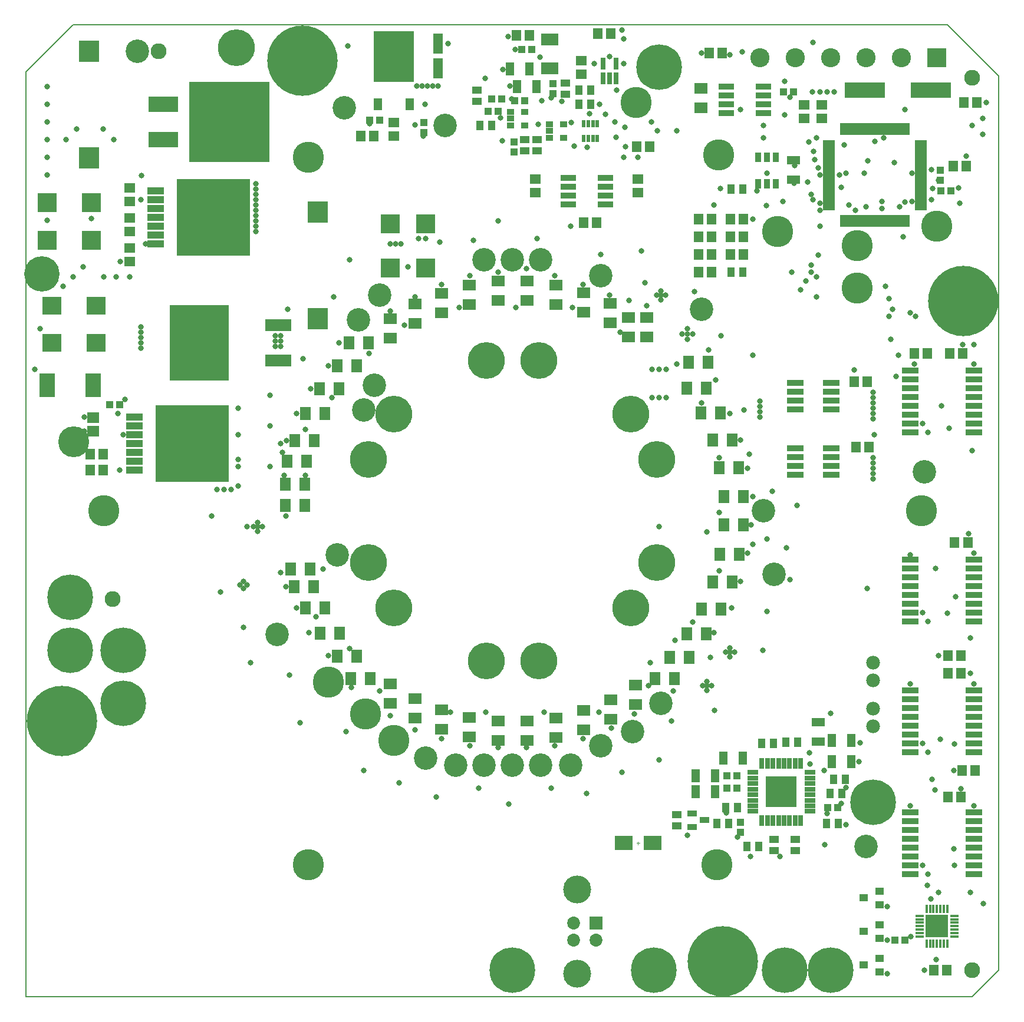
<source format=gts>
%FSLAX23Y23*%
%MOIN*%
G70*
G01*
G75*
G04 Layer_Color=8388736*
%ADD10C,0.150*%
%ADD11R,0.050X0.055*%
%ADD12R,0.118X0.118*%
%ADD13R,0.010X0.041*%
%ADD14R,0.041X0.010*%
%ADD15R,0.094X0.071*%
%ADD16R,0.035X0.049*%
%ADD17R,0.055X0.022*%
%ADD18R,0.022X0.055*%
%ADD19R,0.049X0.035*%
%ADD20R,0.033X0.024*%
%ADD21R,0.047X0.024*%
%ADD22R,0.012X0.035*%
%ADD23R,0.025X0.050*%
%ADD24R,0.063X0.012*%
%ADD25R,0.012X0.063*%
%ADD26R,0.055X0.065*%
%ADD27R,0.055X0.050*%
%ADD28R,0.087X0.024*%
%ADD29R,0.065X0.055*%
%ADD30R,0.037X0.035*%
%ADD31R,0.089X0.024*%
%ADD32R,0.102X0.094*%
%ADD33R,0.100X0.100*%
%ADD34R,0.050X0.110*%
%ADD35C,0.050*%
%ADD36R,0.037X0.035*%
%ADD37R,0.087X0.024*%
%ADD38R,0.100X0.100*%
%ADD39R,0.217X0.079*%
%ADD40R,0.160X0.080*%
%ADD41R,0.450X0.450*%
%ADD42R,0.110X0.115*%
%ADD43R,0.410X0.425*%
%ADD44R,0.085X0.036*%
%ADD45R,0.217X0.280*%
%ADD46R,0.039X0.063*%
%ADD47R,0.059X0.051*%
%ADD48R,0.079X0.126*%
%ADD49R,0.079X0.126*%
%ADD50R,0.140X0.060*%
%ADD51R,0.330X0.420*%
%ADD52R,0.022X0.057*%
%ADD53R,0.022X0.057*%
%ADD54R,0.081X0.024*%
%ADD55R,0.039X0.069*%
%ADD56R,0.069X0.039*%
%ADD57R,0.012X0.063*%
%ADD58R,0.031X0.033*%
%ADD59R,0.033X0.031*%
%ADD60C,0.020*%
%ADD61C,0.010*%
%ADD62C,0.040*%
%ADD63C,0.035*%
%ADD64C,0.100*%
%ADD65C,0.075*%
%ADD66C,0.050*%
%ADD67C,0.025*%
%ADD68C,0.015*%
%ADD69C,0.016*%
%ADD70C,0.004*%
%ADD71C,0.008*%
%ADD72R,0.169X0.169*%
%ADD73C,0.200*%
%ADD74C,0.150*%
%ADD75C,0.125*%
%ADD76C,0.250*%
%ADD77C,0.169*%
%ADD78C,0.070*%
%ADD79C,0.100*%
%ADD80C,0.390*%
%ADD81C,0.065*%
%ADD82R,0.065X0.065*%
%ADD83C,0.150*%
%ADD84C,0.024*%
%ADD85C,0.028*%
%ADD86C,0.034*%
%ADD87C,0.025*%
%ADD88C,0.165*%
%ADD89C,0.290*%
%ADD90C,0.209*%
%ADD91C,0.085*%
%ADD92C,0.102*%
%ADD93C,0.430*%
%ADD94C,0.080*%
%ADD95C,0.131*%
%ADD96C,0.052*%
%ADD97C,0.055*%
%ADD98C,0.090*%
%ADD99C,0.068*%
%ADD100C,0.074*%
G04:AMPARAMS|DCode=101|XSize=43mil|YSize=59mil|CornerRadius=0mil|HoleSize=0mil|Usage=FLASHONLY|Rotation=240.000|XOffset=0mil|YOffset=0mil|HoleType=Round|Shape=Rectangle|*
%AMROTATEDRECTD101*
4,1,4,-0.015,0.034,0.036,0.004,0.015,-0.034,-0.036,-0.004,-0.015,0.034,0.0*
%
%ADD101ROTATEDRECTD101*%

G04:AMPARAMS|DCode=102|XSize=43mil|YSize=59mil|CornerRadius=0mil|HoleSize=0mil|Usage=FLASHONLY|Rotation=255.000|XOffset=0mil|YOffset=0mil|HoleType=Round|Shape=Rectangle|*
%AMROTATEDRECTD102*
4,1,4,-0.023,0.029,0.034,0.013,0.023,-0.029,-0.034,-0.013,-0.023,0.029,0.0*
%
%ADD102ROTATEDRECTD102*%

G04:AMPARAMS|DCode=103|XSize=43mil|YSize=59mil|CornerRadius=0mil|HoleSize=0mil|Usage=FLASHONLY|Rotation=210.000|XOffset=0mil|YOffset=0mil|HoleType=Round|Shape=Rectangle|*
%AMROTATEDRECTD103*
4,1,4,0.004,0.036,0.034,-0.015,-0.004,-0.036,-0.034,0.015,0.004,0.036,0.0*
%
%ADD103ROTATEDRECTD103*%

G04:AMPARAMS|DCode=104|XSize=43mil|YSize=59mil|CornerRadius=0mil|HoleSize=0mil|Usage=FLASHONLY|Rotation=225.000|XOffset=0mil|YOffset=0mil|HoleType=Round|Shape=Rectangle|*
%AMROTATEDRECTD104*
4,1,4,-0.006,0.036,0.036,-0.006,0.006,-0.036,-0.036,0.006,-0.006,0.036,0.0*
%
%ADD104ROTATEDRECTD104*%

%ADD105R,0.043X0.059*%
G04:AMPARAMS|DCode=106|XSize=43mil|YSize=59mil|CornerRadius=0mil|HoleSize=0mil|Usage=FLASHONLY|Rotation=195.000|XOffset=0mil|YOffset=0mil|HoleType=Round|Shape=Rectangle|*
%AMROTATEDRECTD106*
4,1,4,0.013,0.034,0.029,-0.023,-0.013,-0.034,-0.029,0.023,0.013,0.034,0.0*
%
%ADD106ROTATEDRECTD106*%

G04:AMPARAMS|DCode=107|XSize=43mil|YSize=59mil|CornerRadius=0mil|HoleSize=0mil|Usage=FLASHONLY|Rotation=150.000|XOffset=0mil|YOffset=0mil|HoleType=Round|Shape=Rectangle|*
%AMROTATEDRECTD107*
4,1,4,0.034,0.015,0.004,-0.036,-0.034,-0.015,-0.004,0.036,0.034,0.015,0.0*
%
%ADD107ROTATEDRECTD107*%

G04:AMPARAMS|DCode=108|XSize=43mil|YSize=59mil|CornerRadius=0mil|HoleSize=0mil|Usage=FLASHONLY|Rotation=165.000|XOffset=0mil|YOffset=0mil|HoleType=Round|Shape=Rectangle|*
%AMROTATEDRECTD108*
4,1,4,0.029,0.023,0.013,-0.034,-0.029,-0.023,-0.013,0.034,0.029,0.023,0.0*
%
%ADD108ROTATEDRECTD108*%

G04:AMPARAMS|DCode=109|XSize=43mil|YSize=59mil|CornerRadius=0mil|HoleSize=0mil|Usage=FLASHONLY|Rotation=120.000|XOffset=0mil|YOffset=0mil|HoleType=Round|Shape=Rectangle|*
%AMROTATEDRECTD109*
4,1,4,0.036,-0.004,-0.015,-0.034,-0.036,0.004,0.015,0.034,0.036,-0.004,0.0*
%
%ADD109ROTATEDRECTD109*%

G04:AMPARAMS|DCode=110|XSize=43mil|YSize=59mil|CornerRadius=0mil|HoleSize=0mil|Usage=FLASHONLY|Rotation=135.000|XOffset=0mil|YOffset=0mil|HoleType=Round|Shape=Rectangle|*
%AMROTATEDRECTD110*
4,1,4,0.036,0.006,-0.006,-0.036,-0.036,-0.006,0.006,0.036,0.036,0.006,0.0*
%
%ADD110ROTATEDRECTD110*%

%ADD111R,0.059X0.043*%
G04:AMPARAMS|DCode=112|XSize=43mil|YSize=59mil|CornerRadius=0mil|HoleSize=0mil|Usage=FLASHONLY|Rotation=105.000|XOffset=0mil|YOffset=0mil|HoleType=Round|Shape=Rectangle|*
%AMROTATEDRECTD112*
4,1,4,0.034,-0.013,-0.023,-0.029,-0.034,0.013,0.023,0.029,0.034,-0.013,0.0*
%
%ADD112ROTATEDRECTD112*%

G04:AMPARAMS|DCode=113|XSize=43mil|YSize=59mil|CornerRadius=0mil|HoleSize=0mil|Usage=FLASHONLY|Rotation=262.500|XOffset=0mil|YOffset=0mil|HoleType=Round|Shape=Rectangle|*
%AMROTATEDRECTD113*
4,1,4,-0.026,0.025,0.032,0.018,0.026,-0.025,-0.032,-0.018,-0.026,0.025,0.0*
%
%ADD113ROTATEDRECTD113*%

G04:AMPARAMS|DCode=114|XSize=43mil|YSize=59mil|CornerRadius=0mil|HoleSize=0mil|Usage=FLASHONLY|Rotation=247.500|XOffset=0mil|YOffset=0mil|HoleType=Round|Shape=Rectangle|*
%AMROTATEDRECTD114*
4,1,4,-0.019,0.031,0.036,0.009,0.019,-0.031,-0.036,-0.009,-0.019,0.031,0.0*
%
%ADD114ROTATEDRECTD114*%

G04:AMPARAMS|DCode=115|XSize=43mil|YSize=59mil|CornerRadius=0mil|HoleSize=0mil|Usage=FLASHONLY|Rotation=232.500|XOffset=0mil|YOffset=0mil|HoleType=Round|Shape=Rectangle|*
%AMROTATEDRECTD115*
4,1,4,-0.010,0.035,0.037,-0.001,0.010,-0.035,-0.037,0.001,-0.010,0.035,0.0*
%
%ADD115ROTATEDRECTD115*%

G04:AMPARAMS|DCode=116|XSize=43mil|YSize=59mil|CornerRadius=0mil|HoleSize=0mil|Usage=FLASHONLY|Rotation=217.500|XOffset=0mil|YOffset=0mil|HoleType=Round|Shape=Rectangle|*
%AMROTATEDRECTD116*
4,1,4,-0.001,0.037,0.035,-0.010,0.001,-0.037,-0.035,0.010,-0.001,0.037,0.0*
%
%ADD116ROTATEDRECTD116*%

G04:AMPARAMS|DCode=117|XSize=43mil|YSize=59mil|CornerRadius=0mil|HoleSize=0mil|Usage=FLASHONLY|Rotation=202.500|XOffset=0mil|YOffset=0mil|HoleType=Round|Shape=Rectangle|*
%AMROTATEDRECTD117*
4,1,4,0.009,0.036,0.031,-0.019,-0.009,-0.036,-0.031,0.019,0.009,0.036,0.0*
%
%ADD117ROTATEDRECTD117*%

G04:AMPARAMS|DCode=118|XSize=43mil|YSize=59mil|CornerRadius=0mil|HoleSize=0mil|Usage=FLASHONLY|Rotation=187.500|XOffset=0mil|YOffset=0mil|HoleType=Round|Shape=Rectangle|*
%AMROTATEDRECTD118*
4,1,4,0.018,0.032,0.025,-0.026,-0.018,-0.032,-0.025,0.026,0.018,0.032,0.0*
%
%ADD118ROTATEDRECTD118*%

G04:AMPARAMS|DCode=119|XSize=43mil|YSize=59mil|CornerRadius=0mil|HoleSize=0mil|Usage=FLASHONLY|Rotation=172.500|XOffset=0mil|YOffset=0mil|HoleType=Round|Shape=Rectangle|*
%AMROTATEDRECTD119*
4,1,4,0.025,0.026,0.018,-0.032,-0.025,-0.026,-0.018,0.032,0.025,0.026,0.0*
%
%ADD119ROTATEDRECTD119*%

G04:AMPARAMS|DCode=120|XSize=43mil|YSize=59mil|CornerRadius=0mil|HoleSize=0mil|Usage=FLASHONLY|Rotation=157.500|XOffset=0mil|YOffset=0mil|HoleType=Round|Shape=Rectangle|*
%AMROTATEDRECTD120*
4,1,4,0.031,0.019,0.009,-0.036,-0.031,-0.019,-0.009,0.036,0.031,0.019,0.0*
%
%ADD120ROTATEDRECTD120*%

G04:AMPARAMS|DCode=121|XSize=43mil|YSize=59mil|CornerRadius=0mil|HoleSize=0mil|Usage=FLASHONLY|Rotation=142.500|XOffset=0mil|YOffset=0mil|HoleType=Round|Shape=Rectangle|*
%AMROTATEDRECTD121*
4,1,4,0.035,0.010,-0.001,-0.037,-0.035,-0.010,0.001,0.037,0.035,0.010,0.0*
%
%ADD121ROTATEDRECTD121*%

G04:AMPARAMS|DCode=122|XSize=43mil|YSize=59mil|CornerRadius=0mil|HoleSize=0mil|Usage=FLASHONLY|Rotation=127.500|XOffset=0mil|YOffset=0mil|HoleType=Round|Shape=Rectangle|*
%AMROTATEDRECTD122*
4,1,4,0.037,0.001,-0.010,-0.035,-0.037,-0.001,0.010,0.035,0.037,0.001,0.0*
%
%ADD122ROTATEDRECTD122*%

G04:AMPARAMS|DCode=123|XSize=43mil|YSize=59mil|CornerRadius=0mil|HoleSize=0mil|Usage=FLASHONLY|Rotation=112.500|XOffset=0mil|YOffset=0mil|HoleType=Round|Shape=Rectangle|*
%AMROTATEDRECTD123*
4,1,4,0.036,-0.009,-0.019,-0.031,-0.036,0.009,0.019,0.031,0.036,-0.009,0.0*
%
%ADD123ROTATEDRECTD123*%

G04:AMPARAMS|DCode=124|XSize=43mil|YSize=59mil|CornerRadius=0mil|HoleSize=0mil|Usage=FLASHONLY|Rotation=97.500|XOffset=0mil|YOffset=0mil|HoleType=Round|Shape=Rectangle|*
%AMROTATEDRECTD124*
4,1,4,0.032,-0.018,-0.026,-0.025,-0.032,0.018,0.026,0.025,0.032,-0.018,0.0*
%
%ADD124ROTATEDRECTD124*%

%ADD125C,0.006*%
%ADD126C,0.010*%
%ADD127C,0.005*%
%ADD128C,0.008*%
%ADD129C,0.002*%
%ADD130C,0.008*%
%ADD131C,0.006*%
%ADD132R,0.058X0.063*%
%ADD133R,0.126X0.126*%
%ADD134R,0.018X0.049*%
%ADD135R,0.049X0.018*%
%ADD136R,0.102X0.079*%
%ADD137R,0.043X0.057*%
%ADD138R,0.063X0.030*%
%ADD139R,0.030X0.063*%
%ADD140R,0.057X0.043*%
%ADD141R,0.041X0.032*%
%ADD142R,0.055X0.032*%
%ADD143R,0.020X0.043*%
%ADD144R,0.033X0.058*%
%ADD145R,0.071X0.020*%
%ADD146R,0.020X0.071*%
%ADD147R,0.063X0.073*%
%ADD148R,0.063X0.058*%
%ADD149R,0.095X0.032*%
%ADD150R,0.073X0.063*%
%ADD151R,0.045X0.043*%
%ADD152R,0.097X0.032*%
%ADD153R,0.110X0.102*%
%ADD154R,0.108X0.108*%
%ADD155R,0.058X0.118*%
%ADD156R,0.045X0.043*%
%ADD157R,0.095X0.032*%
%ADD158R,0.108X0.108*%
%ADD159R,0.225X0.087*%
%ADD160R,0.168X0.088*%
%ADD161R,0.458X0.458*%
%ADD162R,0.118X0.123*%
%ADD163R,0.418X0.433*%
%ADD164R,0.093X0.044*%
%ADD165R,0.225X0.288*%
%ADD166R,0.047X0.071*%
%ADD167R,0.067X0.059*%
%ADD168R,0.087X0.134*%
%ADD169R,0.087X0.134*%
%ADD170R,0.148X0.068*%
%ADD171R,0.338X0.428*%
%ADD172R,0.030X0.065*%
%ADD173R,0.030X0.065*%
%ADD174R,0.089X0.032*%
%ADD175R,0.047X0.077*%
%ADD176R,0.077X0.047*%
%ADD177R,0.020X0.071*%
%ADD178R,0.039X0.041*%
%ADD179R,0.041X0.039*%
%ADD180R,0.177X0.177*%
%ADD181C,0.208*%
%ADD182C,0.175*%
%ADD183C,0.258*%
%ADD184C,0.133*%
%ADD185C,0.177*%
%ADD186C,0.078*%
%ADD187C,0.108*%
%ADD188C,0.398*%
%ADD189C,0.073*%
%ADD190R,0.073X0.073*%
%ADD191C,0.158*%
%ADD192C,0.058*%
%ADD193C,0.032*%
%ADD194C,0.036*%
%ADD195C,0.042*%
%ADD196C,0.033*%
D70*
X702Y-1880D02*
X718D01*
X710Y-1888D02*
Y-1872D01*
D71*
X-2750Y-2750D02*
Y2485D01*
X-2485Y2750D02*
X2460D01*
X2750Y-2600D02*
Y2460D01*
X-2750Y-2750D02*
X2600D01*
X-2750Y2485D02*
X-2485Y2750D01*
X2460D02*
X2750Y2460D01*
X2600Y-2750D02*
X2750Y-2600D01*
D73*
X-2660Y1340D02*
D03*
D98*
X2600Y-2600D02*
D03*
X-2000Y2600D02*
D03*
X2600Y2450D02*
D03*
X-2260Y-500D02*
D03*
D132*
X703Y2060D02*
D03*
X777D02*
D03*
X1933Y730D02*
D03*
X1943Y360D02*
D03*
X1113Y2590D02*
D03*
X1187D02*
D03*
X97Y2690D02*
D03*
X23D02*
D03*
X2017Y360D02*
D03*
X-857Y2120D02*
D03*
X-783D02*
D03*
X2463Y-920D02*
D03*
X2537D02*
D03*
X2500Y-180D02*
D03*
X2574D02*
D03*
X2473Y890D02*
D03*
X2547D02*
D03*
X2617Y-1470D02*
D03*
X2543D02*
D03*
X2273Y890D02*
D03*
X2347D02*
D03*
X2383Y-2600D02*
D03*
X2457D02*
D03*
X2007Y730D02*
D03*
X1127Y1650D02*
D03*
X1233Y1550D02*
D03*
X1307D02*
D03*
X1053Y1650D02*
D03*
X1127Y1550D02*
D03*
X1053D02*
D03*
Y1450D02*
D03*
Y1350D02*
D03*
X1233Y1450D02*
D03*
X1307D02*
D03*
X1127D02*
D03*
Y1350D02*
D03*
X-2313Y230D02*
D03*
X-2387D02*
D03*
X2463Y-1620D02*
D03*
X2537Y-820D02*
D03*
X2463D02*
D03*
X2537Y-1620D02*
D03*
X2553Y2310D02*
D03*
X2627D02*
D03*
X2493Y1950D02*
D03*
X2567D02*
D03*
X1307Y1650D02*
D03*
X1233D02*
D03*
X-2313Y320D02*
D03*
X-2387D02*
D03*
X557Y2700D02*
D03*
X483D02*
D03*
X403Y1630D02*
D03*
X477D02*
D03*
D133*
X2400Y-2350D02*
D03*
D134*
X2341Y-2252D02*
D03*
X2361D02*
D03*
X2380D02*
D03*
X2400D02*
D03*
X2420D02*
D03*
X2439D02*
D03*
X2459D02*
D03*
Y-2448D02*
D03*
X2439D02*
D03*
X2420D02*
D03*
X2400D02*
D03*
X2380D02*
D03*
X2361D02*
D03*
X2341D02*
D03*
D135*
X2498Y-2291D02*
D03*
Y-2311D02*
D03*
Y-2330D02*
D03*
Y-2350D02*
D03*
Y-2370D02*
D03*
Y-2389D02*
D03*
Y-2409D02*
D03*
X2302D02*
D03*
Y-2389D02*
D03*
Y-2370D02*
D03*
Y-2350D02*
D03*
Y-2330D02*
D03*
Y-2311D02*
D03*
Y-2291D02*
D03*
D136*
X791Y-1880D02*
D03*
X629D02*
D03*
D137*
X1817Y-1520D02*
D03*
X1883D02*
D03*
X1476Y-1314D02*
D03*
X1410D02*
D03*
X1327Y-1900D02*
D03*
X1393D02*
D03*
X1157Y-1770D02*
D03*
X1223D02*
D03*
X1273Y-1680D02*
D03*
X1207D02*
D03*
X1547Y-1310D02*
D03*
X1613D02*
D03*
X1797Y-1600D02*
D03*
X1863D02*
D03*
X1843Y-1770D02*
D03*
X1777D02*
D03*
X1237Y1820D02*
D03*
X1303D02*
D03*
X1237Y1350D02*
D03*
X1303D02*
D03*
X377Y2300D02*
D03*
X443D02*
D03*
X-117Y2180D02*
D03*
X-183D02*
D03*
X377Y2380D02*
D03*
X443D02*
D03*
D138*
X1359Y-1700D02*
D03*
Y-1669D02*
D03*
Y-1637D02*
D03*
Y-1606D02*
D03*
Y-1574D02*
D03*
Y-1543D02*
D03*
Y-1511D02*
D03*
Y-1480D02*
D03*
X1681Y-1480D02*
D03*
Y-1511D02*
D03*
Y-1543D02*
D03*
Y-1574D02*
D03*
Y-1606D02*
D03*
Y-1637D02*
D03*
Y-1669D02*
D03*
Y-1700D02*
D03*
D139*
X1410Y-1429D02*
D03*
X1441D02*
D03*
X1473D02*
D03*
X1504D02*
D03*
X1536D02*
D03*
X1567D02*
D03*
X1599D02*
D03*
X1630D02*
D03*
X1630Y-1751D02*
D03*
X1599D02*
D03*
X1567D02*
D03*
X1536D02*
D03*
X1504D02*
D03*
X1473D02*
D03*
X1441D02*
D03*
X1410D02*
D03*
D140*
X1480Y-1923D02*
D03*
Y-1857D02*
D03*
X1600D02*
D03*
Y-1923D02*
D03*
X140Y2103D02*
D03*
Y2037D02*
D03*
X70Y2037D02*
D03*
Y2103D02*
D03*
X930Y-1783D02*
D03*
Y-1717D02*
D03*
X-200Y2317D02*
D03*
Y2383D02*
D03*
X300Y2357D02*
D03*
Y2423D02*
D03*
D141*
X210Y2187D02*
D03*
Y2150D02*
D03*
Y2113D02*
D03*
X290D02*
D03*
Y2187D02*
D03*
X70Y2257D02*
D03*
Y2183D02*
D03*
X-10D02*
D03*
Y2220D02*
D03*
Y2257D02*
D03*
D142*
X1015Y-1713D02*
D03*
Y-1787D02*
D03*
X1085Y-1750D02*
D03*
D143*
X428Y2193D02*
D03*
X454D02*
D03*
Y2107D02*
D03*
X428D02*
D03*
X403D02*
D03*
X479D02*
D03*
Y2193D02*
D03*
X403D02*
D03*
D144*
X1490Y2000D02*
D03*
X1440D02*
D03*
X1390D02*
D03*
X1490Y1850D02*
D03*
X1440D02*
D03*
X1390D02*
D03*
D145*
X1790Y1969D02*
D03*
Y1989D02*
D03*
Y2048D02*
D03*
Y2067D02*
D03*
Y1713D02*
D03*
Y1752D02*
D03*
X2310Y1989D02*
D03*
X1790Y1831D02*
D03*
X2310Y1752D02*
D03*
Y1772D02*
D03*
Y1792D02*
D03*
Y1811D02*
D03*
Y1910D02*
D03*
Y1930D02*
D03*
Y1969D02*
D03*
Y2008D02*
D03*
Y2067D02*
D03*
Y2087D02*
D03*
X1790Y1733D02*
D03*
Y1772D02*
D03*
Y1792D02*
D03*
Y1811D02*
D03*
Y1851D02*
D03*
Y1870D02*
D03*
Y1890D02*
D03*
Y1910D02*
D03*
Y2087D02*
D03*
Y1949D02*
D03*
Y2028D02*
D03*
X2310D02*
D03*
Y2048D02*
D03*
X1790Y2008D02*
D03*
X2310Y1733D02*
D03*
Y1831D02*
D03*
Y1851D02*
D03*
Y1870D02*
D03*
Y1890D02*
D03*
Y1949D02*
D03*
X1790Y1930D02*
D03*
X2310Y1713D02*
D03*
D146*
X2139Y2160D02*
D03*
X249Y2667D02*
D03*
X230Y2667D02*
D03*
X210Y2667D02*
D03*
X171D02*
D03*
X230Y2505D02*
D03*
X210D02*
D03*
X190D02*
D03*
X171D02*
D03*
X190Y2667D02*
D03*
X1863Y1640D02*
D03*
X2020D02*
D03*
X1922D02*
D03*
X1942D02*
D03*
X2060D02*
D03*
X2080D02*
D03*
X2099D02*
D03*
X2119D02*
D03*
X1902Y2160D02*
D03*
X2001D02*
D03*
X2020D02*
D03*
X2040D02*
D03*
X2060D02*
D03*
X2080D02*
D03*
X2099D02*
D03*
X2158D02*
D03*
X2178D02*
D03*
X2198D02*
D03*
X1981D02*
D03*
X1961D02*
D03*
X1922D02*
D03*
X1902Y1640D02*
D03*
X1942Y2160D02*
D03*
X1883Y1640D02*
D03*
X1863Y2160D02*
D03*
X1883D02*
D03*
X2178Y1640D02*
D03*
X2158D02*
D03*
X2139D02*
D03*
X2217Y2160D02*
D03*
X2119D02*
D03*
X1961Y1640D02*
D03*
X1981D02*
D03*
X2001D02*
D03*
X2040D02*
D03*
X2217D02*
D03*
X2237D02*
D03*
X2198D02*
D03*
X2237Y2160D02*
D03*
D147*
X888Y-827D02*
D03*
X998D02*
D03*
X986Y-696D02*
D03*
X-1060Y-550D02*
D03*
X-1175Y150D02*
D03*
X-980Y691D02*
D03*
X1067Y554D02*
D03*
X1195Y-80D02*
D03*
X1131Y-402D02*
D03*
X805Y-950D02*
D03*
X-881Y-821D02*
D03*
X-1145Y-330D02*
D03*
X-1121Y399D02*
D03*
X-815Y950D02*
D03*
X995Y840D02*
D03*
X1170Y245D02*
D03*
X1096Y-696D02*
D03*
X1241Y-402D02*
D03*
X915Y-950D02*
D03*
X-1170Y-550D02*
D03*
X-991Y-821D02*
D03*
X-1285Y150D02*
D03*
X-1255Y-330D02*
D03*
X-1090Y691D02*
D03*
X-1231Y399D02*
D03*
X-925Y950D02*
D03*
X1177Y554D02*
D03*
X1105Y840D02*
D03*
X1305Y-80D02*
D03*
X1280Y245D02*
D03*
X1242Y403D02*
D03*
X1096Y695D02*
D03*
X-991Y821D02*
D03*
X-1171Y550D02*
D03*
X-1275Y280D02*
D03*
X-1285Y30D02*
D03*
X-1089Y-691D02*
D03*
X-915Y-950D02*
D03*
X1179Y-554D02*
D03*
X1281Y-244D02*
D03*
X1132Y403D02*
D03*
X986Y695D02*
D03*
X-881Y821D02*
D03*
X-1061Y550D02*
D03*
X-1165Y280D02*
D03*
X-1175Y30D02*
D03*
X-1124Y-430D02*
D03*
X-979Y-691D02*
D03*
X-805Y-950D02*
D03*
X1069Y-554D02*
D03*
X1171Y-244D02*
D03*
X-1234Y-430D02*
D03*
X1195Y82D02*
D03*
X1305D02*
D03*
D148*
X130Y1803D02*
D03*
X710D02*
D03*
X130Y1877D02*
D03*
X1650Y2223D02*
D03*
Y2297D02*
D03*
X710Y1877D02*
D03*
X-2165Y1413D02*
D03*
Y1753D02*
D03*
Y1827D02*
D03*
X-670Y2123D02*
D03*
Y2197D02*
D03*
X-2165Y1487D02*
D03*
Y1583D02*
D03*
Y1657D02*
D03*
X1750Y2297D02*
D03*
Y2223D02*
D03*
X390Y2547D02*
D03*
Y2473D02*
D03*
D149*
X1802Y725D02*
D03*
X1598Y575D02*
D03*
Y625D02*
D03*
Y675D02*
D03*
Y725D02*
D03*
X1802Y625D02*
D03*
Y675D02*
D03*
Y255D02*
D03*
Y305D02*
D03*
X1598Y355D02*
D03*
Y305D02*
D03*
Y255D02*
D03*
Y205D02*
D03*
X1802Y355D02*
D03*
D150*
X554Y-1068D02*
D03*
X-82Y-1190D02*
D03*
X-692Y-980D02*
D03*
X-550Y1060D02*
D03*
X82Y1190D02*
D03*
X655Y985D02*
D03*
X244Y-1171D02*
D03*
X-401Y-1126D02*
D03*
X-243Y1167D02*
D03*
X401Y1126D02*
D03*
X554Y-1178D02*
D03*
X-82Y-1300D02*
D03*
X244Y-1281D02*
D03*
X-692Y-1090D02*
D03*
X-401Y-1236D02*
D03*
X-550Y1170D02*
D03*
X82Y1300D02*
D03*
X-243Y1277D02*
D03*
X655Y1095D02*
D03*
X401Y1236D02*
D03*
X760Y1095D02*
D03*
X553Y1176D02*
D03*
X244Y1279D02*
D03*
X-80Y1300D02*
D03*
X-400Y1232D02*
D03*
X-690Y1088D02*
D03*
X-551Y-1173D02*
D03*
X-243Y-1278D02*
D03*
X82Y-1299D02*
D03*
X402Y-1238D02*
D03*
X695Y-1095D02*
D03*
X760Y985D02*
D03*
X553Y1066D02*
D03*
X244Y1169D02*
D03*
X-80Y1190D02*
D03*
X-400Y1122D02*
D03*
X-690Y978D02*
D03*
X-551Y-1063D02*
D03*
X-243Y-1168D02*
D03*
X82Y-1189D02*
D03*
X402Y-1128D02*
D03*
X695Y-985D02*
D03*
X1065Y2390D02*
D03*
Y2280D02*
D03*
D151*
X2076Y-2533D02*
D03*
Y-2343D02*
D03*
Y-2153D02*
D03*
D152*
X2250Y-1015D02*
D03*
Y-1065D02*
D03*
Y-1115D02*
D03*
Y-1165D02*
D03*
Y-1215D02*
D03*
Y-1265D02*
D03*
Y-1315D02*
D03*
Y-1365D02*
D03*
X2610Y-1015D02*
D03*
Y-1065D02*
D03*
Y-1115D02*
D03*
Y-1165D02*
D03*
Y-1215D02*
D03*
Y-1265D02*
D03*
Y-1315D02*
D03*
Y-1365D02*
D03*
X2250Y-1705D02*
D03*
Y-1755D02*
D03*
Y-1805D02*
D03*
Y-1855D02*
D03*
Y-1905D02*
D03*
Y-1955D02*
D03*
Y-2005D02*
D03*
Y-2055D02*
D03*
X2610Y-1705D02*
D03*
Y-1755D02*
D03*
Y-1805D02*
D03*
Y-1855D02*
D03*
Y-1905D02*
D03*
Y-1955D02*
D03*
Y-2005D02*
D03*
Y-2055D02*
D03*
Y-625D02*
D03*
Y-575D02*
D03*
Y-525D02*
D03*
Y-475D02*
D03*
Y-425D02*
D03*
Y-375D02*
D03*
Y-325D02*
D03*
Y-275D02*
D03*
X2250Y-625D02*
D03*
Y-575D02*
D03*
Y-525D02*
D03*
Y-475D02*
D03*
Y-425D02*
D03*
Y-375D02*
D03*
Y-325D02*
D03*
Y-275D02*
D03*
X2610Y445D02*
D03*
Y495D02*
D03*
Y545D02*
D03*
Y595D02*
D03*
Y645D02*
D03*
Y695D02*
D03*
Y745D02*
D03*
Y795D02*
D03*
X2250Y445D02*
D03*
Y495D02*
D03*
Y545D02*
D03*
Y595D02*
D03*
Y645D02*
D03*
Y695D02*
D03*
Y745D02*
D03*
Y795D02*
D03*
D153*
X-2354Y1160D02*
D03*
X-2606D02*
D03*
Y950D02*
D03*
X-2354D02*
D03*
D154*
X-2630Y1745D02*
D03*
X-2380D02*
D03*
Y1530D02*
D03*
X-2630D02*
D03*
X2400Y2565D02*
D03*
D155*
X-420Y2645D02*
D03*
Y2505D02*
D03*
D156*
X2076Y-2607D02*
D03*
Y-2417D02*
D03*
X1984Y-2570D02*
D03*
Y-2380D02*
D03*
Y-2190D02*
D03*
X2076Y-2227D02*
D03*
D157*
X1802Y575D02*
D03*
Y205D02*
D03*
D158*
X-490Y1375D02*
D03*
Y1625D02*
D03*
X-690D02*
D03*
Y1375D02*
D03*
D159*
X2367Y2380D02*
D03*
X1993D02*
D03*
D160*
X-1975Y2100D02*
D03*
Y2300D02*
D03*
D161*
X-1600Y2200D02*
D03*
D162*
X-2395Y1997D02*
D03*
Y2602D02*
D03*
X-1100Y1692D02*
D03*
Y1087D02*
D03*
D163*
X-1690Y1660D02*
D03*
X-1810Y380D02*
D03*
D164*
X-2018Y1810D02*
D03*
Y1760D02*
D03*
Y1710D02*
D03*
Y1660D02*
D03*
Y1610D02*
D03*
Y1560D02*
D03*
Y1510D02*
D03*
X-2138Y480D02*
D03*
Y530D02*
D03*
Y430D02*
D03*
Y380D02*
D03*
Y330D02*
D03*
Y280D02*
D03*
Y230D02*
D03*
D165*
X-670Y2570D02*
D03*
D166*
X-760Y2300D02*
D03*
X-580D02*
D03*
D167*
X-2370Y527D02*
D03*
Y453D02*
D03*
D168*
X-2630Y710D02*
D03*
D169*
X-2370D02*
D03*
D170*
X-1325Y850D02*
D03*
Y1050D02*
D03*
D171*
X-1770Y950D02*
D03*
D172*
X513Y2448D02*
D03*
D173*
X550Y2448D02*
D03*
X587D02*
D03*
Y2532D02*
D03*
X513D02*
D03*
D174*
X1210Y2400D02*
D03*
X1420Y2250D02*
D03*
Y2350D02*
D03*
Y2400D02*
D03*
X1210Y2250D02*
D03*
X1420Y2300D02*
D03*
X1210D02*
D03*
Y2350D02*
D03*
X525Y1735D02*
D03*
X315Y1885D02*
D03*
Y1785D02*
D03*
Y1735D02*
D03*
X525Y1885D02*
D03*
X315Y1835D02*
D03*
X525D02*
D03*
Y1785D02*
D03*
D175*
X1302Y-1399D02*
D03*
X1192D02*
D03*
X1145Y-1500D02*
D03*
X1035D02*
D03*
X1145Y-1590D02*
D03*
X1035D02*
D03*
X1915Y-1300D02*
D03*
X1805D02*
D03*
X1915Y-1420D02*
D03*
X1805D02*
D03*
X95Y2500D02*
D03*
X-15D02*
D03*
X135Y2400D02*
D03*
X25D02*
D03*
D176*
X1730Y-1305D02*
D03*
Y-1195D02*
D03*
X1590Y1985D02*
D03*
Y1875D02*
D03*
D177*
X249Y2505D02*
D03*
D178*
X2218Y-2430D02*
D03*
X2162D02*
D03*
X2422Y1810D02*
D03*
X2478D02*
D03*
X1838Y-1680D02*
D03*
X1782D02*
D03*
X52Y2610D02*
D03*
X108D02*
D03*
X68Y2320D02*
D03*
X12D02*
D03*
X-118Y2330D02*
D03*
X-62D02*
D03*
X1268Y-1570D02*
D03*
X1212D02*
D03*
X1268Y-1500D02*
D03*
X1212D02*
D03*
X1532Y2370D02*
D03*
X1588D02*
D03*
X-2278Y600D02*
D03*
X-2222D02*
D03*
X-82Y2260D02*
D03*
X-138D02*
D03*
X-808Y2210D02*
D03*
X-752D02*
D03*
D179*
X2420Y1928D02*
D03*
Y1872D02*
D03*
X-500Y2142D02*
D03*
Y2198D02*
D03*
X10Y2088D02*
D03*
Y2032D02*
D03*
X230Y2362D02*
D03*
Y2418D02*
D03*
X1290Y-1762D02*
D03*
Y-1818D02*
D03*
D180*
X1520Y-1590D02*
D03*
D181*
X815Y-291D02*
D03*
X670Y-548D02*
D03*
X-148Y-850D02*
D03*
X-815Y-291D02*
D03*
X-670Y547D02*
D03*
X-148Y850D02*
D03*
X148Y-850D02*
D03*
X-670Y-547D02*
D03*
X-815Y291D02*
D03*
X148Y850D02*
D03*
X670Y547D02*
D03*
X815Y291D02*
D03*
X-1560Y2620D02*
D03*
D182*
X-2480Y390D02*
D03*
D183*
X0Y-2600D02*
D03*
X800D02*
D03*
X1540D02*
D03*
X1800D02*
D03*
X2040Y-1650D02*
D03*
X830Y2510D02*
D03*
X-2200Y-1090D02*
D03*
Y-790D02*
D03*
X-2500D02*
D03*
Y-490D02*
D03*
D184*
X2000Y-1900D02*
D03*
X-380Y2180D02*
D03*
X-950Y2280D02*
D03*
X-870Y1080D02*
D03*
X1420Y0D02*
D03*
X840Y-1090D02*
D03*
X-490Y-1400D02*
D03*
X-320Y-1440D02*
D03*
X-160D02*
D03*
X0D02*
D03*
X160D02*
D03*
X330D02*
D03*
X500Y-1330D02*
D03*
X680Y-1250D02*
D03*
X-1330Y-700D02*
D03*
X-840Y570D02*
D03*
X-780Y710D02*
D03*
X2330Y220D02*
D03*
X1480Y-360D02*
D03*
X1070Y1140D02*
D03*
X500Y1330D02*
D03*
X-990Y-250D02*
D03*
X-750Y1220D02*
D03*
X-160Y1420D02*
D03*
X160D02*
D03*
X0D02*
D03*
X-2120Y2600D02*
D03*
D185*
X700Y2310D02*
D03*
X1950Y1500D02*
D03*
X-1040Y-970D02*
D03*
X-670Y-1300D02*
D03*
X-830Y-1150D02*
D03*
X1500Y1580D02*
D03*
X1950Y1260D02*
D03*
X2400Y1610D02*
D03*
X-2312Y0D02*
D03*
X-1156Y-2003D02*
D03*
X1156D02*
D03*
X2312Y0D02*
D03*
X1164Y2015D02*
D03*
X-1156Y2003D02*
D03*
D186*
X2040Y-860D02*
D03*
Y-960D02*
D03*
Y-1220D02*
D03*
Y-1120D02*
D03*
D187*
X1400Y2565D02*
D03*
X1600D02*
D03*
X1800D02*
D03*
X2000D02*
D03*
X2200D02*
D03*
D188*
X-2549Y-1189D02*
D03*
X1189Y-2549D02*
D03*
X2549Y1189D02*
D03*
X-1189Y2549D02*
D03*
D189*
X347Y-2331D02*
D03*
Y-2429D02*
D03*
X473D02*
D03*
D190*
Y-2331D02*
D03*
D191*
X367Y-2143D02*
D03*
Y-2617D02*
D03*
D192*
X1473Y-1637D02*
D03*
X1567D02*
D03*
X1570Y-1541D02*
D03*
X1471Y-1541D02*
D03*
D193*
X-550Y2185D02*
D03*
X-807Y2190D02*
D03*
X1141Y-1129D02*
D03*
X-1371Y656D02*
D03*
X-2098Y1897D02*
D03*
X-2102Y1763D02*
D03*
X2395Y-2538D02*
D03*
X2663Y-2223D02*
D03*
X1030Y1240D02*
D03*
X630Y2000D02*
D03*
X930Y2150D02*
D03*
X820D02*
D03*
X1670Y1860D02*
D03*
X1730Y1940D02*
D03*
X830Y-90D02*
D03*
X790Y800D02*
D03*
Y640D02*
D03*
X830Y800D02*
D03*
Y640D02*
D03*
X870D02*
D03*
Y800D02*
D03*
X2190Y1720D02*
D03*
X2680Y2310D02*
D03*
X2045Y430D02*
D03*
X1933Y798D02*
D03*
X2590Y-2160D02*
D03*
X2250Y-250D02*
D03*
X2010Y1980D02*
D03*
X1860Y1830D02*
D03*
X1740Y1700D02*
D03*
X1990Y1910D02*
D03*
X2000Y1720D02*
D03*
X1740Y1740D02*
D03*
X1695Y2370D02*
D03*
X1940Y1700D02*
D03*
X1740Y2370D02*
D03*
X1850Y1900D02*
D03*
X1740D02*
D03*
X-2700Y800D02*
D03*
X2366Y-2194D02*
D03*
X2410Y-2160D02*
D03*
X2099Y2111D02*
D03*
X-2165Y1325D02*
D03*
X-2240D02*
D03*
X-2310D02*
D03*
X-2484Y1326D02*
D03*
X-2670Y1030D02*
D03*
X-2218Y1413D02*
D03*
X-2630Y2200D02*
D03*
Y2100D02*
D03*
Y2300D02*
D03*
Y1900D02*
D03*
Y1645D02*
D03*
Y2000D02*
D03*
Y2400D02*
D03*
X-2075Y1510D02*
D03*
X-2380Y1655D02*
D03*
X-2427Y1383D02*
D03*
X-2540Y1270D02*
D03*
X-2255Y2100D02*
D03*
X-2315Y2160D02*
D03*
X-2465D02*
D03*
X-2525Y2100D02*
D03*
X-420Y2405D02*
D03*
X-495Y2300D02*
D03*
X-930Y2630D02*
D03*
X-365Y2645D02*
D03*
X2590Y-720D02*
D03*
X2330Y-2600D02*
D03*
X2251Y-2409D02*
D03*
X2610Y-1670D02*
D03*
Y830D02*
D03*
Y-240D02*
D03*
Y-980D02*
D03*
X2590Y-920D02*
D03*
X2580Y-130D02*
D03*
X2373Y-1517D02*
D03*
X2250Y-1670D02*
D03*
X2273Y833D02*
D03*
X2250Y-980D02*
D03*
X2320Y-2005D02*
D03*
X2350Y-2055D02*
D03*
Y-1365D02*
D03*
X2320Y-1315D02*
D03*
Y-575D02*
D03*
X2350Y-625D02*
D03*
X2320Y495D02*
D03*
X2350Y445D02*
D03*
X2090Y1750D02*
D03*
Y1710D02*
D03*
X2110Y1270D02*
D03*
X2210Y1550D02*
D03*
X-503Y2123D02*
D03*
X2130Y1200D02*
D03*
X2260Y1910D02*
D03*
X2370Y1930D02*
D03*
X2567Y2007D02*
D03*
X2250Y1120D02*
D03*
X2280Y1100D02*
D03*
X2160Y1970D02*
D03*
X2600Y2180D02*
D03*
X2140Y970D02*
D03*
X2660Y2130D02*
D03*
Y2220D02*
D03*
X2537Y-1573D02*
D03*
X2547Y940D02*
D03*
X2610D02*
D03*
X2220Y1747D02*
D03*
X2150Y1140D02*
D03*
X2130Y1100D02*
D03*
X2050Y2090D02*
D03*
X1820Y2370D02*
D03*
X1780D02*
D03*
X2181Y881D02*
D03*
X-2100Y920D02*
D03*
Y950D02*
D03*
Y980D02*
D03*
Y1010D02*
D03*
Y1040D02*
D03*
X-450Y2405D02*
D03*
X-480D02*
D03*
X-510D02*
D03*
X-540D02*
D03*
X2120Y-2240D02*
D03*
Y-2430D02*
D03*
Y-2620D02*
D03*
X-2230Y550D02*
D03*
X-2420Y530D02*
D03*
X-2200Y430D02*
D03*
X-2420Y450D02*
D03*
X-1170Y200D02*
D03*
X-1070Y-330D02*
D03*
X80Y1370D02*
D03*
X-80Y1350D02*
D03*
X-240Y1330D02*
D03*
X-400Y1280D02*
D03*
X-550Y1210D02*
D03*
X-690Y1130D02*
D03*
X-980Y950D02*
D03*
X-1040Y820D02*
D03*
X-1140Y690D02*
D03*
X-1220Y550D02*
D03*
X-1279Y399D02*
D03*
X-1300Y330D02*
D03*
X-1290Y200D02*
D03*
X-1280Y-30D02*
D03*
X-1310Y-350D02*
D03*
X-1280Y-430D02*
D03*
X-1220Y-550D02*
D03*
X-1150Y-690D02*
D03*
X-1040Y-820D02*
D03*
X-910Y-1000D02*
D03*
X-690Y-1160D02*
D03*
X-550Y-1240D02*
D03*
X-400Y-1290D02*
D03*
X-240Y-1330D02*
D03*
X-80Y-1340D02*
D03*
X80D02*
D03*
X240Y-1330D02*
D03*
X400Y-1290D02*
D03*
X560Y-1230D02*
D03*
X690Y-1150D02*
D03*
X910Y-1020D02*
D03*
X1240Y-550D02*
D03*
X1290Y-400D02*
D03*
X1350Y-80D02*
D03*
X1330Y-240D02*
D03*
X1360Y80D02*
D03*
X1290Y400D02*
D03*
X1330Y240D02*
D03*
X1230Y550D02*
D03*
X1150Y740D02*
D03*
X550Y1220D02*
D03*
X400Y1280D02*
D03*
X240Y1330D02*
D03*
X-1170Y460D02*
D03*
X-1020Y640D02*
D03*
X-810Y890D02*
D03*
X-610Y1050D02*
D03*
X-300Y1150D02*
D03*
X20D02*
D03*
X340D02*
D03*
X930Y830D02*
D03*
X1070Y610D02*
D03*
X1170Y300D02*
D03*
Y-10D02*
D03*
Y-340D02*
D03*
X1020Y-630D02*
D03*
X770Y-990D02*
D03*
X490Y-1140D02*
D03*
X180D02*
D03*
X-150D02*
D03*
X-350D02*
D03*
X-750Y-1020D02*
D03*
X-920Y-780D02*
D03*
X-1110Y-600D02*
D03*
X1690Y1790D02*
D03*
X1700Y1760D02*
D03*
X2260Y1750D02*
D03*
X2370Y1760D02*
D03*
X1360Y1650D02*
D03*
X1580Y1350D02*
D03*
X1420Y2110D02*
D03*
Y2180D02*
D03*
X660Y1190D02*
D03*
X760Y1160D02*
D03*
X610Y1010D02*
D03*
X1120Y-830D02*
D03*
X1140Y-690D02*
D03*
X-490Y1540D02*
D03*
X-690Y1510D02*
D03*
X-2220Y230D02*
D03*
X1530Y1750D02*
D03*
X1740Y1610D02*
D03*
X1110Y910D02*
D03*
X1400Y530D02*
D03*
Y560D02*
D03*
Y590D02*
D03*
Y620D02*
D03*
X1720Y1210D02*
D03*
X-410Y1520D02*
D03*
X-80Y1640D02*
D03*
X330Y1610D02*
D03*
X730Y1470D02*
D03*
X1360Y880D02*
D03*
X1340Y320D02*
D03*
X1610Y30D02*
D03*
X1570Y-390D02*
D03*
X1416Y-790D02*
D03*
X830Y-1410D02*
D03*
X420Y-1600D02*
D03*
X-20Y-1660D02*
D03*
X-430Y-1620D02*
D03*
X-840Y-1470D02*
D03*
X-1200Y-1200D02*
D03*
X-1480Y-860D02*
D03*
X-1650Y-460D02*
D03*
X-1700Y-30D02*
D03*
X-1270Y1140D02*
D03*
X-920Y1420D02*
D03*
X-590Y1380D02*
D03*
X840Y1220D02*
D03*
X990Y1000D02*
D03*
X-220Y1530D02*
D03*
X140Y1540D02*
D03*
X500Y1450D02*
D03*
X750Y1290D02*
D03*
X1180Y990D02*
D03*
X-1010Y1210D02*
D03*
X-1185Y860D02*
D03*
X-1370Y480D02*
D03*
Y250D02*
D03*
X-1500Y-90D02*
D03*
X-1440D02*
D03*
X-1520Y-400D02*
D03*
Y-660D02*
D03*
X-1260Y-930D02*
D03*
X-940Y-1250D02*
D03*
X-640Y-1540D02*
D03*
X-190Y-1570D02*
D03*
X220D02*
D03*
X618Y-1479D02*
D03*
X900Y-1190D02*
D03*
X1100Y-990D02*
D03*
X1230Y-800D02*
D03*
X1440Y-570D02*
D03*
Y-160D02*
D03*
X1470Y110D02*
D03*
X1310Y570D02*
D03*
X1540Y2240D02*
D03*
X1070Y2590D02*
D03*
X1540Y2430D02*
D03*
X1100Y-120D02*
D03*
X1360Y-190D02*
D03*
X1550Y-210D02*
D03*
X2005Y-440D02*
D03*
X-1310Y990D02*
D03*
X2410Y-820D02*
D03*
X630Y2530D02*
D03*
X550Y2570D02*
D03*
X630Y2670D02*
D03*
X462Y2532D02*
D03*
X590Y2380D02*
D03*
X620Y2720D02*
D03*
X-2192Y630D02*
D03*
X155Y2568D02*
D03*
X164Y2321D02*
D03*
X-54Y2498D02*
D03*
X-15Y2406D02*
D03*
X-3Y2332D02*
D03*
X-69Y2226D02*
D03*
X-58Y2096D02*
D03*
X146Y2187D02*
D03*
X422Y2057D02*
D03*
X333Y2198D02*
D03*
X220Y2339D02*
D03*
X278Y2317D02*
D03*
X-156Y2447D02*
D03*
X14Y2610D02*
D03*
X-26Y2686D02*
D03*
X350Y2065D02*
D03*
X437Y2248D02*
D03*
X491Y2301D02*
D03*
X1230Y2583D02*
D03*
X1299Y2598D02*
D03*
X2220Y2273D02*
D03*
X1718Y2111D02*
D03*
X1674Y2088D02*
D03*
X1703Y2035D02*
D03*
X1594Y1955D02*
D03*
X1591Y1854D02*
D03*
X1710Y1989D02*
D03*
X1440Y1913D02*
D03*
X1381Y1810D02*
D03*
X578Y2203D02*
D03*
X527Y2246D02*
D03*
X787Y2200D02*
D03*
X637Y2172D02*
D03*
X584Y2115D02*
D03*
X710Y2000D02*
D03*
X640Y2060D02*
D03*
X1177Y1824D02*
D03*
X2409Y1872D02*
D03*
X2376Y1825D02*
D03*
X1874Y2072D02*
D03*
X1885Y1910D02*
D03*
X1902Y1732D02*
D03*
X2168Y760D02*
D03*
X2425Y596D02*
D03*
X2469Y467D02*
D03*
X2460Y-578D02*
D03*
X2506Y-484D02*
D03*
X2393Y-325D02*
D03*
X2498Y-1320D02*
D03*
X2497Y-1911D02*
D03*
X2500Y-2006D02*
D03*
X1678Y-1367D02*
D03*
X1682Y-1431D02*
D03*
X1884Y-1566D02*
D03*
X1859Y-1655D02*
D03*
X1762Y-1467D02*
D03*
X1958Y-1420D02*
D03*
X1967Y-1311D02*
D03*
X1886Y-1775D02*
D03*
X1766Y-1888D02*
D03*
X1779Y-1711D02*
D03*
X1511Y-1956D02*
D03*
X1208Y-1710D02*
D03*
X1798Y-1145D02*
D03*
X780Y-859D02*
D03*
X918Y-731D02*
D03*
X1273Y-1844D02*
D03*
X1345Y-1955D02*
D03*
X1660Y1300D02*
D03*
X1690Y1350D02*
D03*
X1720Y1325D02*
D03*
X1630Y1250D02*
D03*
X1690Y1390D02*
D03*
X1728Y1448D02*
D03*
X1437Y1728D02*
D03*
X1140Y1730D02*
D03*
X2347Y-2117D02*
D03*
X2495Y-1470D02*
D03*
X2420Y-1293D02*
D03*
X2389Y-1578D02*
D03*
X2528Y1741D02*
D03*
X2521Y1827D02*
D03*
X990Y-1835D02*
D03*
X1570Y2341D02*
D03*
D194*
X2437Y-2387D02*
D03*
X2364D02*
D03*
X2434Y-2316D02*
D03*
X2366D02*
D03*
D195*
X2400Y-2350D02*
D03*
D196*
X865Y1220D02*
D03*
X815D02*
D03*
X840Y1195D02*
D03*
Y1245D02*
D03*
X-1465Y-90D02*
D03*
X-1415D02*
D03*
X-1440Y-115D02*
D03*
Y-65D02*
D03*
X1125Y-990D02*
D03*
X1075D02*
D03*
X1100Y-1015D02*
D03*
Y-965D02*
D03*
X1230Y-825D02*
D03*
X1255Y-800D02*
D03*
X1230Y-775D02*
D03*
X1205Y-800D02*
D03*
X960Y1000D02*
D03*
X1020D02*
D03*
X990Y970D02*
D03*
Y1030D02*
D03*
X-1450Y1850D02*
D03*
Y1820D02*
D03*
Y1790D02*
D03*
Y1760D02*
D03*
Y1730D02*
D03*
Y1700D02*
D03*
Y1670D02*
D03*
Y1640D02*
D03*
Y1610D02*
D03*
Y1580D02*
D03*
X1700Y2650D02*
D03*
X1290Y2270D02*
D03*
X2600Y340D02*
D03*
X-530Y1540D02*
D03*
X-660Y1510D02*
D03*
X-630D02*
D03*
X-1310Y380D02*
D03*
X-1520Y-440D02*
D03*
X-1540Y-420D02*
D03*
X-1500D02*
D03*
X2040Y670D02*
D03*
Y640D02*
D03*
Y610D02*
D03*
Y580D02*
D03*
Y550D02*
D03*
Y520D02*
D03*
Y300D02*
D03*
Y270D02*
D03*
Y240D02*
D03*
Y210D02*
D03*
Y180D02*
D03*
X-1550Y430D02*
D03*
Y290D02*
D03*
Y250D02*
D03*
Y140D02*
D03*
X-1590Y120D02*
D03*
X-1630D02*
D03*
X-1670D02*
D03*
X-1550Y580D02*
D03*
X-1340Y930D02*
D03*
X-1310D02*
D03*
X-1340Y960D02*
D03*
X-1310D02*
D03*
X-1340Y990D02*
D03*
M02*

</source>
